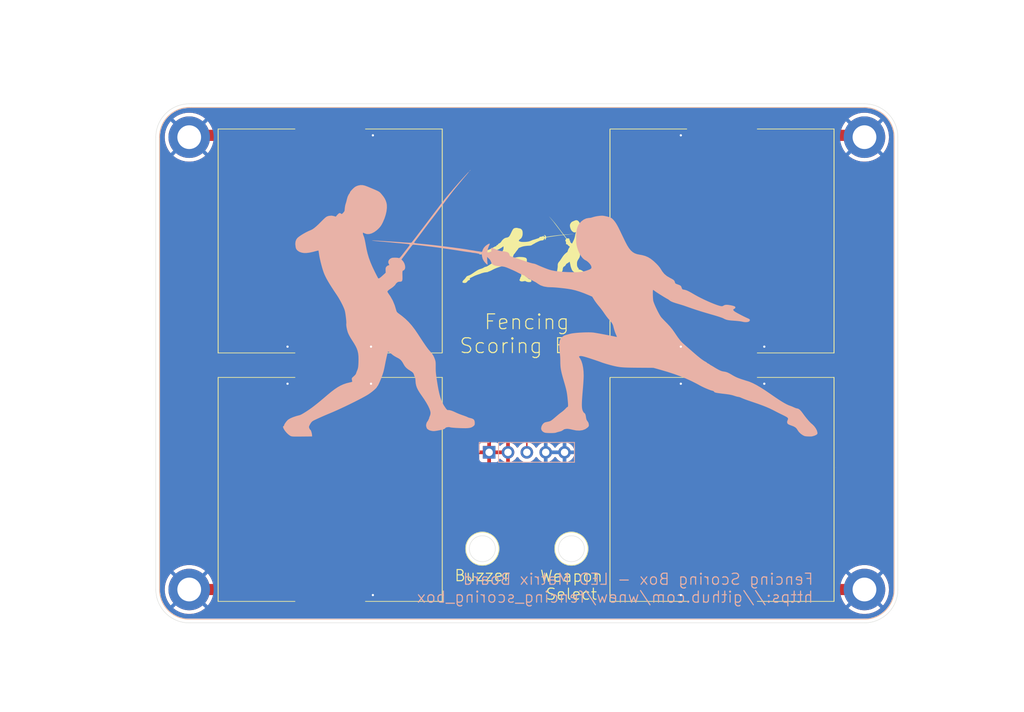
<source format=kicad_pcb>
(kicad_pcb (version 20240108) (generator "pcbnew") (generator_version "8.0")
  (layers (0 "F.Cu" signal) (31 "B.Cu" signal) (34 "B.Paste" user) (35 "F.Paste" user) (36 "B.SilkS" user "B.Silkscreen") (37 "F.SilkS" user "F.Silkscreen") (38 "B.Mask" user) (39 "F.Mask" user) (44 "Edge.Cuts" user))
  (net 0 "")
  (net 1 "GND")
  (net 2 "Net-(J2-Pin_3)")
  (net 3 "5V")
  (net 4 "Net-(U1-Output)")
  (net 5 "Net-(U2-Output)")
  (net 6 "Net-(U3-Output)")
  (footprint "MountingHole:MountingHole_3.2mm_M3_DIN965_Pad" (layer "F.Cu") (at 195.5 53.5)
    (property "Reference" "H2" (hide yes))
    (property "Value" "MountingHole_Pad" (hide yes))
    (pad "1" thru_hole circle (at 0 0) (size 5.6 5.6) (drill 3.2) (layers "*.Cu" "*.Mask") (net 1 "GND"))
  )
  (footprint "my_library:WS2812b_4x4_matrix" (layer "F.Cu") (at 180.55 115 90)
    (property "Reference" "U3" (hide yes))
    (property "Value" "~" (hide yes))
    (pad "1" smd roundrect (at -0.25 -0.5 180) (size 1.5 4.5) (layers "F.Cu" "F.Paste" "F.Mask") (net 1 "GND"))
    (pad "2" smd roundrect (at -0.25 -3 180) (size 1.5 4.5) (layers "F.Cu" "F.Paste" "F.Mask") (net 5 "Net-(U2-Output)"))
    (pad "3" smd roundrect (at -0.25 -5.5 180) (size 1.5 4.5) (layers "F.Cu" "F.Paste" "F.Mask") (net 3 "5V"))
    (pad "4" smd roundrect (at -0.25 -8 180) (size 1.5 4.5) (layers "F.Cu" "F.Paste" "F.Mask") (net 1 "GND"))
    (pad "5" smd roundrect (at 28.25 -8 180) (size 1.5 4.5) (layers "F.Cu" "F.Paste" "F.Mask") (net 1 "GND"))
    (pad "6" smd roundrect (at 28.25 -5.5 180) (size 1.5 4.5) (layers "F.Cu" "F.Paste" "F.Mask") (net 3 "5V"))
    (pad "7" smd roundrect (at 28.25 -3 180) (size 1.5 4.5) (layers "F.Cu" "F.Paste" "F.Mask") (net 6 "Net-(U3-Output)"))
    (pad "8" smd roundrect (at 28.25 -0.5 180) (size 1.5 4.5) (layers "F.Cu" "F.Paste" "F.Mask") (net 1 "GND"))
  )
  (footprint "MountingHole:MountingHole_3.2mm_M3_DIN965_Pad" (layer "F.Cu") (at 104.5 114.5)
    (property "Reference" "H3" (hide yes))
    (property "Value" "MountingHole_Pad" (hide yes))
    (pad "1" thru_hole circle (at 0 0) (size 5.6 5.6) (drill 3.2) (layers "*.Cu" "*.Mask") (net 1 "GND"))
  )
  (footprint "MountingHole:MountingHole_3.2mm_M3_DIN965_Pad" (layer "F.Cu") (at 195.5 114.5)
    (property "Reference" "H4" (hide yes))
    (property "Value" "MountingHole_Pad" (hide yes))
    (pad "1" thru_hole circle (at 0 0) (size 5.6 5.6) (drill 3.2) (layers "*.Cu" "*.Mask") (net 1 "GND"))
  )
  (footprint "my_library:WS2812b_4x4_matrix" (layer "F.Cu") (at 119.25 53.5 -90)
    (property "Reference" "U1" (hide yes))
    (property "Value" "~" (hide yes))
    (pad "1" smd roundrect (at -0.25 -0.5) (size 1.5 4.5) (layers "F.Cu" "F.Paste" "F.Mask") (net 1 "GND"))
    (pad "2" smd roundrect (at -0.25 -3) (size 1.5 4.5) (layers "F.Cu" "F.Paste" "F.Mask") (net 2 "Net-(J2-Pin_3)"))
    (pad "3" smd roundrect (at -0.25 -5.5) (size 1.5 4.5) (layers "F.Cu" "F.Paste" "F.Mask") (net 3 "5V"))
    (pad "4" smd roundrect (at -0.25 -8) (size 1.5 4.5) (layers "F.Cu" "F.Paste" "F.Mask") (net 1 "GND"))
    (pad "5" smd roundrect (at 28.25 -8) (size 1.5 4.5) (layers "F.Cu" "F.Paste" "F.Mask") (net 1 "GND"))
    (pad "6" smd roundrect (at 28.25 -5.5) (size 1.5 4.5) (layers "F.Cu" "F.Paste" "F.Mask") (net 3 "5V"))
    (pad "7" smd roundrect (at 28.25 -3) (size 1.5 4.5) (layers "F.Cu" "F.Paste" "F.Mask") (net 4 "Net-(U1-Output)"))
    (pad "8" smd roundrect (at 28.25 -0.5) (size 1.5 4.5) (layers "F.Cu" "F.Paste" "F.Mask") (net 1 "GND"))
  )
  (footprint "my_library:WS2812b_4x4_matrix" (layer "F.Cu") (at 119.25 87 -90)
    (property "Reference" "U2" (hide yes))
    (property "Value" "~" (hide yes))
    (pad "1" smd roundrect (at -0.25 -0.5) (size 1.5 4.5) (layers "F.Cu" "F.Paste" "F.Mask") (net 1 "GND"))
    (pad "2" smd roundrect (at -0.25 -3) (size 1.5 4.5) (layers "F.Cu" "F.Paste" "F.Mask") (net 4 "Net-(U1-Output)"))
    (pad "3" smd roundrect (at -0.25 -5.5) (size 1.5 4.5) (layers "F.Cu" "F.Paste" "F.Mask") (net 3 "5V"))
    (pad "4" smd roundrect (at -0.25 -8) (size 1.5 4.5) (layers "F.Cu" "F.Paste" "F.Mask") (net 1 "GND"))
    (pad "5" smd roundrect (at 28.25 -8) (size 1.5 4.5) (layers "F.Cu" "F.Paste" "F.Mask") (net 1 "GND"))
    (pad "6" smd roundrect (at 28.25 -5.5) (size 1.5 4.5) (layers "F.Cu" "F.Paste" "F.Mask") (net 3 "5V"))
    (pad "7" smd roundrect (at 28.25 -3) (size 1.5 4.5) (layers "F.Cu" "F.Paste" "F.Mask") (net 5 "Net-(U2-Output)"))
    (pad "8" smd roundrect (at 28.25 -0.5) (size 1.5 4.5) (layers "F.Cu" "F.Paste" "F.Mask") (net 1 "GND"))
  )
  (footprint "my_library:WS2812b_4x4_matrix" (layer "F.Cu") (at 180.55 81.5 90)
    (property "Reference" "U4" (hide yes))
    (property "Value" "~" (hide yes))
    (pad "1" smd roundrect (at -0.25 -0.5 180) (size 1.5 4.5) (layers "F.Cu" "F.Paste" "F.Mask") (net 1 "GND"))
    (pad "2" smd roundrect (at -0.25 -3 180) (size 1.5 4.5) (layers "F.Cu" "F.Paste" "F.Mask") (net 6 "Net-(U3-Output)"))
    (pad "3" smd roundrect (at -0.25 -5.5 180) (size 1.5 4.5) (layers "F.Cu" "F.Paste" "F.Mask") (net 3 "5V"))
    (pad "4" smd roundrect (at -0.25 -8 180) (size 1.5 4.5) (layers "F.Cu" "F.Paste" "F.Mask") (net 1 "GND"))
    (pad "5" smd roundrect (at 28.25 -8 180) (size 1.5 4.5) (layers "F.Cu" "F.Paste" "F.Mask") (net 1 "GND"))
    (pad "6" smd roundrect (at 28.25 -5.5 180) (size 1.5 4.5) (layers "F.Cu" "F.Paste" "F.Mask") (net 3 "5V"))
    (pad "7" smd roundrect (at 28.25 -3 180) (size 1.5 4.5) (layers "F.Cu" "F.Paste" "F.Mask"))
    (pad "8" smd roundrect (at 28.25 -0.5 180) (size 1.5 4.5) (layers "F.Cu" "F.Paste" "F.Mask") (net 1 "GND"))
  )
  (footprint "MountingHole:MountingHole_3.2mm_M3_DIN965_Pad" (layer "F.Cu") (at 104.5 53.5)
    (property "Reference" "H1" (hide yes))
    (property "Value" "MountingHole_Pad" (hide yes))
    (pad "1" thru_hole circle (at 0 0) (size 5.6 5.6) (drill 3.2) (layers "*.Cu" "*.Mask") (net 1 "GND"))
  )
  (footprint "Graphics:Fencers_20mm_h" (layer "F.Cu") (at 150.645168 69)
    (property "Reference" "G***" (hide yes))
    (property "Value" "LOGO" (hide yes))
  )
  (footprint "Graphics:Fencers_40mm_h" (layer "B.Cu") (at 151.8 77.2 180)
    (property "Reference" "G***" (hide yes))
    (property "Value" "LOGO" (hide yes))
  )
  (footprint "Connector_PinHeader_2.54mm:PinHeader_1x05_P2.54mm_Vertical" (layer "B.Cu") (at 144.92 96 -90)
    (property "Reference" "J2" (hide yes))
    (property "Value" "Conn_01x05_Pin" (hide yes))
    (pad "1" thru_hole rect (at 0 0 270) (size 1.7 1.7) (drill 1) (layers "*.Cu" "*.Mask") (net 3 "5V"))
    (pad "2" thru_hole oval (at 0 -2.54 270) (size 1.7 1.7) (drill 1) (layers "*.Cu" "*.Mask") (net 3 "5V"))
    (pad "3" thru_hole oval (at 0 -5.08 270) (size 1.7 1.7) (drill 1) (layers "*.Cu" "*.Mask") (net 2 "Net-(J2-Pin_3)"))
    (pad "4" thru_hole oval (at 0 -7.62 270) (size 1.7 1.7) (drill 1) (layers "*.Cu" "*.Mask") (net 1 "GND"))
    (pad "5" thru_hole oval (at 0 -10.16 270) (size 1.7 1.7) (drill 1) (layers "*.Cu" "*.Mask") (net 1 "GND"))
  )
  (gr_arc (start 199.5 114.5) (mid 198.328427 117.328427) (end 195.5 118.5) (stroke (width 0.1)) (layer "B.SilkS"))
  (gr_arc (start 104.5 118.5) (mid 101.671573 117.328427) (end 100.5 114.5) (stroke (width 0.1)) (layer "B.SilkS"))
  (gr_line (start 104.5 49.5) (end 195.5 49.5) (stroke (width 0.1)) (layer "B.SilkS"))
  (gr_line (start 195.5 118.5) (end 104.5 118.5) (stroke (width 0.1)) (layer "B.SilkS"))
  (gr_line (start 199.5 53.5) (end 199.5 114.5) (stroke (width 0.1)) (layer "B.SilkS"))
  (gr_arc (start 100.5 53.5) (mid 101.671573 50.671573) (end 104.5 49.5) (stroke (width 0.1)) (layer "B.SilkS"))
  (gr_line (start 100.5 114.5) (end 100.5 53.5) (stroke (width 0.1)) (layer "B.SilkS"))
  (gr_arc (start 195.5 49.5) (mid 198.328427 50.671573) (end 199.5 53.5) (stroke (width 0.1)) (layer "B.SilkS"))
  (gr_line (start 199.5 53.5) (end 199.5 114.5) (stroke (width 0.1)) (layer "F.SilkS"))
  (gr_line (start 104.5 49.5) (end 195.5 49.5) (stroke (width 0.1)) (layer "F.SilkS"))
  (gr_line (start 195.5 118.5) (end 104.5 118.5) (stroke (width 0.1)) (layer "F.SilkS"))
  (gr_arc (start 199.5 114.5) (mid 198.328427 117.328427) (end 195.5 118.5) (stroke (width 0.1)) (layer "F.SilkS"))
  (gr_line (start 100.5 114.5) (end 100.5 53.5) (stroke (width 0.1)) (layer "F.SilkS"))
  (gr_arc (start 104.5 118.5) (mid 101.671573 117.328427) (end 100.5 114.5) (stroke (width 0.1)) (layer "F.SilkS"))
  (gr_arc (start 195.5 49.5) (mid 198.328427 50.671573) (end 199.5 53.5) (stroke (width 0.1)) (layer "F.SilkS"))
  (gr_circle (center 144 109) (end 145 111) (stroke (width 0.1)) (fill none) (layer "F.SilkS"))
  (gr_arc (start 100.5 53.5) (mid 101.671573 50.671573) (end 104.5 49.5) (stroke (width 0.1)) (layer "F.SilkS"))
  (gr_circle (center 156 109) (end 157 111) (stroke (width 0.1)) (fill none) (layer "F.SilkS"))
  (gr_line (start 104.5 49) (end 195.5 49) (stroke (width 0.05)) (layer "Edge.Cuts"))
  (gr_arc (start 200 114.5) (mid 198.681981 117.681981) (end 195.5 119) (stroke (width 0.05)) (layer "Edge.Cuts"))
  (gr_circle (center 144 109) (end 144 107.25) (stroke (width 0.05)) (fill none) (layer "Edge.Cuts"))
  (gr_arc (start 100 53.5) (mid 101.318019 50.318019) (end 104.5 49) (stroke (width 0.05)) (layer "Edge.Cuts"))
  (gr_arc (start 104.5 119) (mid 101.318019 117.681981) (end 100 114.5) (stroke (width 0.05)) (layer "Edge.Cuts"))
  (gr_arc (start 195.5 49) (mid 198.681981 50.318019) (end 200 53.5) (stroke (width 0.05)) (layer "Edge.Cuts"))
  (gr_line (start 100 114.5) (end 100 53.5) (stroke (width 0.05)) (layer "Edge.Cuts"))
  (gr_line (start 195.5 119) (end 104.5 119) (stroke (width 0.05)) (layer "Edge.Cuts"))
  (gr_line (start 200 53.5) (end 200 114.5) (stroke (width 0.05)) (layer "Edge.Cuts"))
  (gr_circle (center 156 109) (end 156 107.25) (stroke (width 0.05)) (fill none) (layer "Edge.Cuts"))
  (gr_text "Fencing Scoring Box - LED Matrix Board\nhttps://github.com/wnew/fencing_scoring_box" (at 188.7 116.4 0) (layer "B.SilkS") (effects (font (size 1.5 1.5)) (justify left bottom mirror)))
  (gr_text "Weapon\nSelect" (at 156 116 0) (layer "F.SilkS") (effects (font (size 1.5 1.5)) (justify bottom)))
  (gr_text "Fencing\nScoring Box" (at 150 82.8 0) (layer "F.SilkS") (effects (font (size 2 2)) (justify bottom)))
  (gr_text "Buzzer" (at 144 113.5 0) (layer "F.SilkS") (effects (font (size 1.5 1.5)) (justify bottom)))
  (segment (start 172.55 86.75) (end 170.75 86.75) (width 1.5) (layer "F.Cu") (net 1))
  (segment (start 180.05 81.75) (end 180.05 86.75) (width 1.5) (layer "F.Cu") (net 1))
  (segment (start 172.55 81.75) (end 170.75 81.75) (width 1.5) (layer "F.Cu") (net 1))
  (segment (start 119.75 81.75) (end 117.75 81.75) (width 1.5) (layer "F.Cu") (net 1))
  (segment (start 195.25 53.25) (end 195.5 53.5) (width 1.5) (layer "F.Cu") (net 1))
  (segment (start 104.75 53.25) (end 104.5 53.5) (width 1.5) (layer "F.Cu") (net 1))
  (segment (start 172.55 115.25) (end 170.75 115.25) (width 1.5) (layer "F.Cu") (net 1))
  (segment (start 127.25 53.25) (end 129.25 53.25) (width 1.5) (layer "F.Cu") (net 1))
  (segment (start 127.25 81.75) (end 129 81.75) (width 1.5) (layer "F.Cu") (net 1))
  (segment (start 119.75 115.25) (end 119 114.5) (width 1.5) (layer "F.Cu") (net 1))
  (segment (start 172.55 81.75) (end 172.55 86.75) (width 1.5) (layer "F.Cu") (net 1))
  (segment (start 180.05 53.25) (end 195.25 53.25) (width 1.5) (layer "F.Cu") (net 1))
  (segment (start 180.05 115.25) (end 180.8 114.5) (width 1.5) (layer "F.Cu") (net 1))
  (segment (start 119.75 86.75) (end 117.75 86.75) (width 1.5) (layer "F.Cu") (net 1))
  (segment (start 119 114.5) (end 104.5 114.5) (width 1.5) (layer "F.Cu") (net 1))
  (segment (start 172.55 53.25) (end 170.75 53.25) (width 1.5) (layer "F.Cu") (net 1))
  (segment (start 119.75 81.75) (end 119.75 86.75) (width 1.5) (layer "F.Cu") (net 1))
  (segment (start 119.75 53.25) (end 104.75 53.25) (width 1.5) (layer "F.Cu") (net 1))
  (segment (start 127.25 86.75) (end 129 86.75) (width 1.5) (layer "F.Cu") (net 1))
  (segment (start 180.05 86.75) (end 182 86.75) (width 1.5) (layer "F.Cu") (net 1))
  (segment (start 127.25 115.25) (end 129.25 115.25) (width 1.5) (layer "F.Cu") (net 1))
  (segment (start 127.25 81.75) (end 127.25 86.75) (width 1.5) (layer "F.Cu") (net 1))
  (segment (start 119.25 81.55) (end 119.3 81.6) (width 0.2) (layer "F.Cu") (net 1))
  (segment (start 180.8 114.5) (end 195.5 114.5) (width 1.5) (layer "F.Cu") (net 1))
  (segment (start 180.05 81.75) (end 182 81.75) (width 1.5) (layer "F.Cu") (net 1))
  (via (at 129.25 53.25) (size 0.6) (drill 0.3) (layers "F.Cu" "B.Cu") (net 1))
  (via (at 129 86.75) (size 0.6) (drill 0.3) (layers "F.Cu" "B.Cu") (net 1))
  (via (at 117.75 86.75) (size 0.6) (drill 0.3) (layers "F.Cu" "B.Cu") (net 1))
  (via (at 129 81.75) (size 0.6) (drill 0.3) (layers "F.Cu" "B.Cu") (net 1))
  (via (at 129.25 115.25) (size 0.6) (drill 0.3) (layers "F.Cu" "B.Cu") (net 1))
  (via (at 182 86.75) (size 0.6) (drill 0.3) (layers "F.Cu" "B.Cu") (net 1))
  (via (at 170.75 81.75) (size 0.6) (drill 0.3) (layers "F.Cu" "B.Cu") (net 1))
  (via (at 170.75 86.75) (size 0.6) (drill 0.3) (layers "F.Cu" "B.Cu") (net 1))
  (via (at 182 81.75) (size 0.6) (drill 0.3) (layers "F.Cu" "B.Cu") (net 1))
  (via (at 170.75 53.25) (size 0.6) (drill 0.3) (layers "F.Cu" "B.Cu") (net 1))
  (via (at 170.75 115.25) (size 0.6) (drill 0.3) (layers "F.Cu" "B.Cu") (net 1))
  (via (at 117.75 81.75) (size 0.6) (drill 0.3) (layers "F.Cu" "B.Cu") (net 1))
  (segment (start 150 96) (end 150 86.9) (width 0.2) (layer "F.Cu") (net 2))
  (segment (start 150 86.9) (end 122.1 59) (width 0.2) (layer "F.Cu") (net 2))
  (segment (start 122.1 59) (end 122.1 53.5) (width 0.2) (layer "F.Cu") (net 2))
  (segment (start 175.05 86.75) (end 175.05 81.75) (width 1.5) (layer "F.Cu") (net 3))
  (segment (start 124.75 81.75) (end 124.75 86.75) (width 1.5) (layer "F.Cu") (net 3))
  (segment (start 122.25 81.75) (end 122.25 86.75) (width 1.5) (layer "F.Cu") (net 4))
  (segment (start 122.1 113) (end 130.2 104.9) (width 0.2) (layer "F.Cu") (net 5))
  (segment (start 122.1 115) (end 122.1 113) (width 0.2) (layer "F.Cu") (net 5))
  (segment (start 177.7 115) (end 177.7 113) (width 0.2) (layer "F.Cu") (net 5))
  (segment (start 177.7 113) (end 169.6 104.9) (width 0.2) (layer "F.Cu") (net 5))
  (segment (start 130.2 104.9) (end 169.6 104.9) (width 0.2) (layer "F.Cu") (net 5))
  (segment (start 177.55 86.75) (end 177.55 81.75) (width 1.5) (layer "F.Cu") (net 6))
  (zone (net 3) (net_name "5V") (layer "F.Cu") (connect_pads (clearance 0.5)) (min_thickness 0.25) (fill yes (thermal_gap 0.5) (thermal_bridge_width 0.5))
    (polygon (pts (xy 211 40) (xy 209 129) (xy 88 128) (xy 89 40)))
  )
  (zone (net 1) (net_name "GND") (layer "B.Cu") (priority 1) (connect_pads (clearance 0.5)) (min_thickness 0.25) (fill yes (thermal_gap 0.5) (thermal_bridge_width 0.5))
    (polygon (pts (xy 87 36) (xy 217 35) (xy 217 131) (xy 79 130)))
  )
)
</source>
